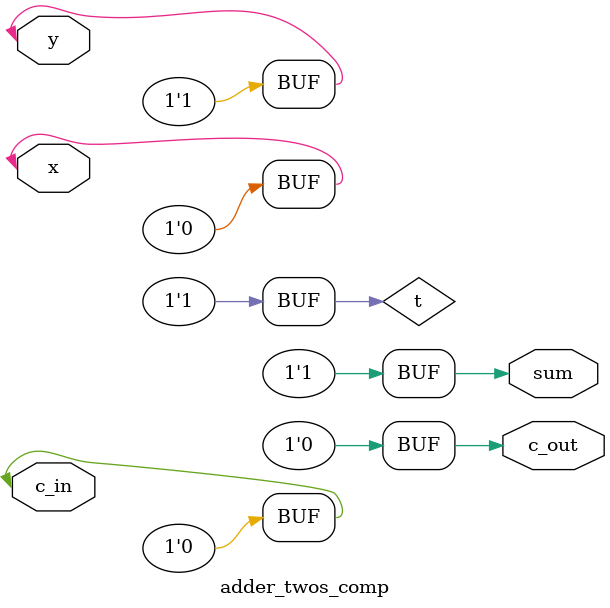
<source format=v>
`timescale 1ns / 1ps


module adder_twos_comp( x, y,c_in,sum,c_out);
input x,y,c_in;
output sum,c_out;
  wire t;

    assign x=4'b0010;
  assign y=4'b0001;
  assign c_in=4'b0000;
  assign t = y ^ {4{c_in}};
  assign {c_out, sum} = x + t + c_in;
endmodule



</source>
